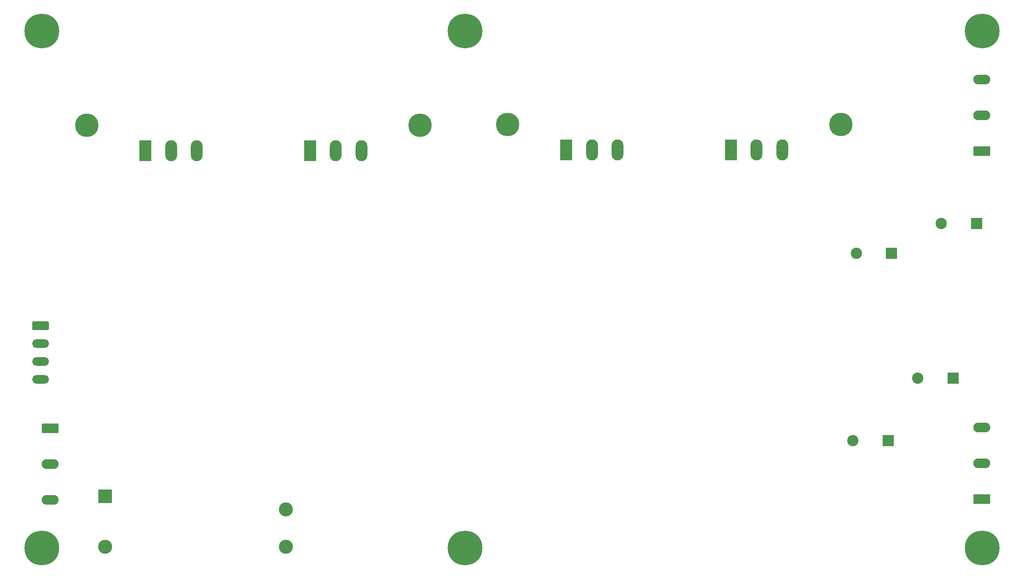
<source format=gbs>
%TF.GenerationSoftware,KiCad,Pcbnew,6.0.7-f9a2dced07~116~ubuntu20.04.1*%
%TF.CreationDate,2022-10-02T03:00:25-04:00*%
%TF.ProjectId,SSTC_Full_Bridge_Driver,53535443-5f46-4756-9c6c-5f4272696467,rev?*%
%TF.SameCoordinates,Original*%
%TF.FileFunction,Soldermask,Bot*%
%TF.FilePolarity,Negative*%
%FSLAX46Y46*%
G04 Gerber Fmt 4.6, Leading zero omitted, Abs format (unit mm)*
G04 Created by KiCad (PCBNEW 6.0.7-f9a2dced07~116~ubuntu20.04.1) date 2022-10-02 03:00:25*
%MOMM*%
%LPD*%
G01*
G04 APERTURE LIST*
G04 Aperture macros list*
%AMRoundRect*
0 Rectangle with rounded corners*
0 $1 Rounding radius*
0 $2 $3 $4 $5 $6 $7 $8 $9 X,Y pos of 4 corners*
0 Add a 4 corners polygon primitive as box body*
4,1,4,$2,$3,$4,$5,$6,$7,$8,$9,$2,$3,0*
0 Add four circle primitives for the rounded corners*
1,1,$1+$1,$2,$3*
1,1,$1+$1,$4,$5*
1,1,$1+$1,$6,$7*
1,1,$1+$1,$8,$9*
0 Add four rect primitives between the rounded corners*
20,1,$1+$1,$2,$3,$4,$5,0*
20,1,$1+$1,$4,$5,$6,$7,0*
20,1,$1+$1,$6,$7,$8,$9,0*
20,1,$1+$1,$8,$9,$2,$3,0*%
G04 Aperture macros list end*
%ADD10R,2.400000X2.400000*%
%ADD11C,2.400000*%
%ADD12C,7.400000*%
%ADD13RoundRect,0.250001X1.549999X-0.799999X1.549999X0.799999X-1.549999X0.799999X-1.549999X-0.799999X0*%
%ADD14O,3.600000X2.100000*%
%ADD15R,2.500000X4.500000*%
%ADD16O,2.500000X4.500000*%
%ADD17R,3.000000X3.000000*%
%ADD18C,3.000000*%
%ADD19C,5.000000*%
%ADD20RoundRect,0.250001X-1.549999X0.799999X-1.549999X-0.799999X1.549999X-0.799999X1.549999X0.799999X0*%
%ADD21RoundRect,0.250000X-1.550000X0.650000X-1.550000X-0.650000X1.550000X-0.650000X1.550000X0.650000X0*%
%ADD22O,3.600000X1.800000*%
G04 APERTURE END LIST*
D10*
%TO.C,C1*%
X228800000Y-103900000D03*
D11*
X221300000Y-103900000D03*
%TD*%
D12*
%TO.C,H5*%
X125000000Y-140000000D03*
%TD*%
D13*
%TO.C,J2*%
X234900000Y-129600000D03*
D14*
X234900000Y-121980000D03*
X234900000Y-114360000D03*
%TD*%
D10*
%TO.C,C6*%
X233800000Y-70950000D03*
D11*
X226300000Y-70950000D03*
%TD*%
D15*
%TO.C,Q2*%
X92050000Y-55420000D03*
D16*
X97500000Y-55420000D03*
X102950000Y-55420000D03*
%TD*%
D15*
%TO.C,Q4*%
X181550000Y-55320000D03*
D16*
X187000000Y-55320000D03*
X192450000Y-55320000D03*
%TD*%
D17*
%TO.C,PS1*%
X48442500Y-129050000D03*
D18*
X48442500Y-139800000D03*
X86942500Y-139800000D03*
X86942500Y-131800000D03*
%TD*%
D19*
%TO.C,HS1*%
X44530000Y-50000000D03*
X115470000Y-50000000D03*
%TD*%
D12*
%TO.C,H2*%
X125000000Y-30000000D03*
%TD*%
%TO.C,H3*%
X235000000Y-30000000D03*
%TD*%
D10*
%TO.C,C7*%
X215700000Y-77290000D03*
D11*
X208200000Y-77290000D03*
%TD*%
D20*
%TO.C,J3*%
X36800000Y-114510000D03*
D14*
X36800000Y-122130000D03*
X36800000Y-129750000D03*
%TD*%
D12*
%TO.C,H6*%
X35000000Y-140000000D03*
%TD*%
D15*
%TO.C,Q1*%
X57050000Y-55420000D03*
D16*
X62500000Y-55420000D03*
X67950000Y-55420000D03*
%TD*%
D19*
%TO.C,HS2*%
X134030000Y-49900000D03*
X204970000Y-49900000D03*
%TD*%
D13*
%TO.C,J6*%
X234900000Y-55570000D03*
D14*
X234900000Y-47950000D03*
X234900000Y-40330000D03*
%TD*%
D12*
%TO.C,H4*%
X235000000Y-140000000D03*
%TD*%
D15*
%TO.C,Q3*%
X146550000Y-55320000D03*
D16*
X152000000Y-55320000D03*
X157450000Y-55320000D03*
%TD*%
D12*
%TO.C,H1*%
X35000000Y-30000000D03*
%TD*%
D10*
%TO.C,C2*%
X215000000Y-117180000D03*
D11*
X207500000Y-117180000D03*
%TD*%
D21*
%TO.C,J1*%
X34782500Y-92727500D03*
D22*
X34782500Y-96537500D03*
X34782500Y-100347500D03*
X34782500Y-104157500D03*
%TD*%
M02*

</source>
